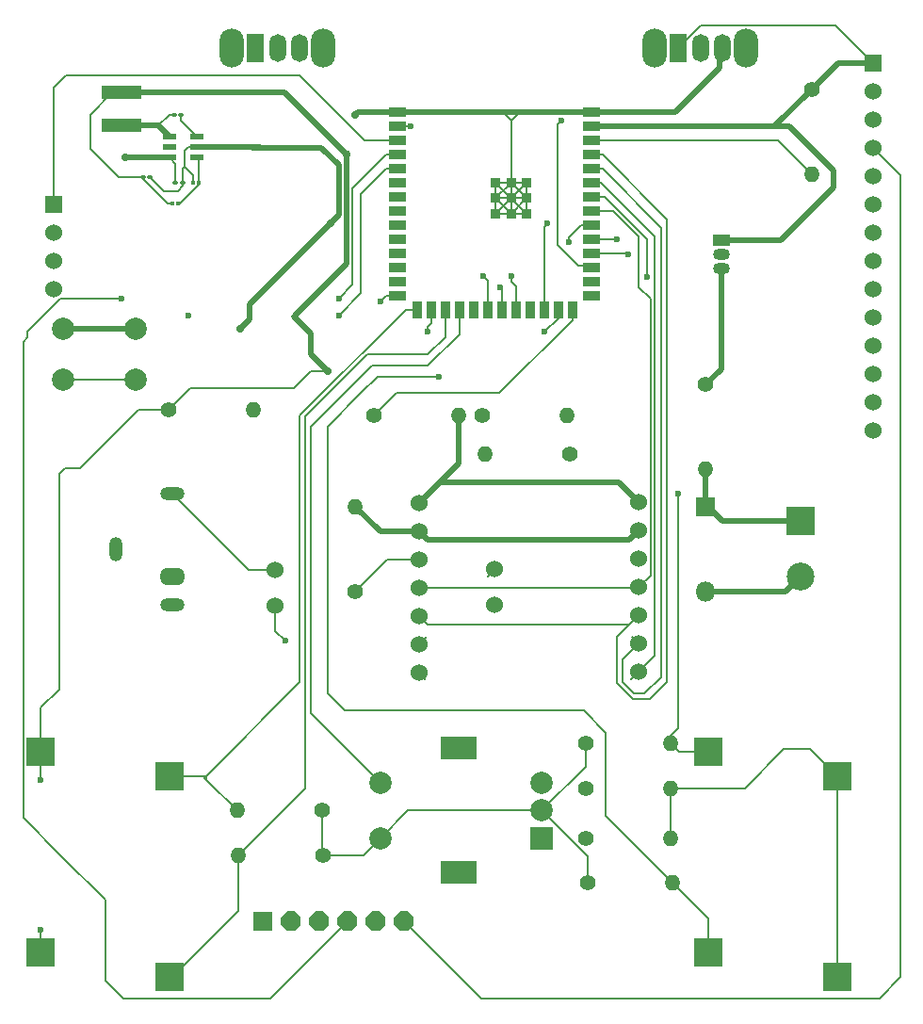
<source format=gbr>
%TF.GenerationSoftware,KiCad,Pcbnew,8.0.4*%
%TF.CreationDate,2025-02-19T18:28:01-07:00*%
%TF.ProjectId,PCB ESP32 S3 Wroom 1 n16r8,50434220-4553-4503-9332-205333205772,rev?*%
%TF.SameCoordinates,Original*%
%TF.FileFunction,Copper,L2,Bot*%
%TF.FilePolarity,Positive*%
%FSLAX46Y46*%
G04 Gerber Fmt 4.6, Leading zero omitted, Abs format (unit mm)*
G04 Created by KiCad (PCBNEW 8.0.4) date 2025-02-19 18:28:01*
%MOMM*%
%LPD*%
G01*
G04 APERTURE LIST*
G04 Aperture macros list*
%AMRoundRect*
0 Rectangle with rounded corners*
0 $1 Rounding radius*
0 $2 $3 $4 $5 $6 $7 $8 $9 X,Y pos of 4 corners*
0 Add a 4 corners polygon primitive as box body*
4,1,4,$2,$3,$4,$5,$6,$7,$8,$9,$2,$3,0*
0 Add four circle primitives for the rounded corners*
1,1,$1+$1,$2,$3*
1,1,$1+$1,$4,$5*
1,1,$1+$1,$6,$7*
1,1,$1+$1,$8,$9*
0 Add four rect primitives between the rounded corners*
20,1,$1+$1,$2,$3,$4,$5,0*
20,1,$1+$1,$4,$5,$6,$7,0*
20,1,$1+$1,$6,$7,$8,$9,0*
20,1,$1+$1,$8,$9,$2,$3,0*%
%AMOutline5P*
0 Free polygon, 5 corners , with rotation*
0 The origin of the aperture is its center*
0 number of corners: always 5*
0 $1 to $10 corner X, Y*
0 $11 Rotation angle, in degrees counterclockwise*
0 create outline with 5 corners*
4,1,5,$1,$2,$3,$4,$5,$6,$7,$8,$9,$10,$1,$2,$11*%
%AMOutline6P*
0 Free polygon, 6 corners , with rotation*
0 The origin of the aperture is its center*
0 number of corners: always 6*
0 $1 to $12 corner X, Y*
0 $13 Rotation angle, in degrees counterclockwise*
0 create outline with 6 corners*
4,1,6,$1,$2,$3,$4,$5,$6,$7,$8,$9,$10,$11,$12,$1,$2,$13*%
%AMOutline7P*
0 Free polygon, 7 corners , with rotation*
0 The origin of the aperture is its center*
0 number of corners: always 7*
0 $1 to $14 corner X, Y*
0 $15 Rotation angle, in degrees counterclockwise*
0 create outline with 7 corners*
4,1,7,$1,$2,$3,$4,$5,$6,$7,$8,$9,$10,$11,$12,$13,$14,$1,$2,$15*%
%AMOutline8P*
0 Free polygon, 8 corners , with rotation*
0 The origin of the aperture is its center*
0 number of corners: always 8*
0 $1 to $16 corner X, Y*
0 $17 Rotation angle, in degrees counterclockwise*
0 create outline with 8 corners*
4,1,8,$1,$2,$3,$4,$5,$6,$7,$8,$9,$10,$11,$12,$13,$14,$15,$16,$1,$2,$17*%
G04 Aperture macros list end*
%TA.AperFunction,SMDPad,CuDef*%
%ADD10R,2.600000X2.600000*%
%TD*%
%TA.AperFunction,ComponentPad*%
%ADD11O,2.200000X1.200000*%
%TD*%
%TA.AperFunction,ComponentPad*%
%ADD12O,1.200000X2.200000*%
%TD*%
%TA.AperFunction,ComponentPad*%
%ADD13O,2.300000X1.600000*%
%TD*%
%TA.AperFunction,ComponentPad*%
%ADD14C,1.400000*%
%TD*%
%TA.AperFunction,ComponentPad*%
%ADD15O,1.400000X1.400000*%
%TD*%
%TA.AperFunction,ComponentPad*%
%ADD16R,2.000000X2.000000*%
%TD*%
%TA.AperFunction,ComponentPad*%
%ADD17C,2.000000*%
%TD*%
%TA.AperFunction,ComponentPad*%
%ADD18R,3.200000X2.000000*%
%TD*%
%TA.AperFunction,ComponentPad*%
%ADD19C,1.524000*%
%TD*%
%TA.AperFunction,ComponentPad*%
%ADD20R,1.524000X1.524000*%
%TD*%
%TA.AperFunction,ComponentPad*%
%ADD21R,1.800000X1.800000*%
%TD*%
%TA.AperFunction,ComponentPad*%
%ADD22O,1.800000X1.800000*%
%TD*%
%TA.AperFunction,ComponentPad*%
%ADD23R,2.500000X2.500000*%
%TD*%
%TA.AperFunction,ComponentPad*%
%ADD24C,2.500000*%
%TD*%
%TA.AperFunction,SMDPad,CuDef*%
%ADD25RoundRect,0.100000X-0.130000X-0.100000X0.130000X-0.100000X0.130000X0.100000X-0.130000X0.100000X0*%
%TD*%
%TA.AperFunction,ComponentPad*%
%ADD26O,2.200000X3.500000*%
%TD*%
%TA.AperFunction,ComponentPad*%
%ADD27R,1.500000X2.500000*%
%TD*%
%TA.AperFunction,ComponentPad*%
%ADD28O,1.500000X2.500000*%
%TD*%
%TA.AperFunction,SMDPad,CuDef*%
%ADD29R,3.600000X1.150000*%
%TD*%
%TA.AperFunction,SMDPad,CuDef*%
%ADD30R,1.500000X0.900000*%
%TD*%
%TA.AperFunction,SMDPad,CuDef*%
%ADD31R,0.900000X1.500000*%
%TD*%
%TA.AperFunction,SMDPad,CuDef*%
%ADD32R,0.900000X0.900000*%
%TD*%
%TA.AperFunction,SMDPad,CuDef*%
%ADD33RoundRect,0.075000X0.125000X0.075000X-0.125000X0.075000X-0.125000X-0.075000X0.125000X-0.075000X0*%
%TD*%
%TA.AperFunction,SMDPad,CuDef*%
%ADD34RoundRect,0.100000X0.130000X0.100000X-0.130000X0.100000X-0.130000X-0.100000X0.130000X-0.100000X0*%
%TD*%
%TA.AperFunction,ComponentPad*%
%ADD35R,1.500000X1.050000*%
%TD*%
%TA.AperFunction,ComponentPad*%
%ADD36O,1.500000X1.050000*%
%TD*%
%TA.AperFunction,SMDPad,CuDef*%
%ADD37R,1.200000X0.600000*%
%TD*%
%TA.AperFunction,SMDPad,CuDef*%
%ADD38RoundRect,0.075000X-0.125000X-0.075000X0.125000X-0.075000X0.125000X0.075000X-0.125000X0.075000X0*%
%TD*%
%TA.AperFunction,ComponentPad*%
%ADD39Outline8P,-0.889000X0.368236X-0.368236X0.889000X0.368236X0.889000X0.889000X0.368236X0.889000X-0.368236X0.368236X-0.889000X-0.368236X-0.889000X-0.889000X-0.368236X0.000000*%
%TD*%
%TA.AperFunction,ComponentPad*%
%ADD40R,1.778000X1.778000*%
%TD*%
%TA.AperFunction,ViaPad*%
%ADD41C,0.700000*%
%TD*%
%TA.AperFunction,ViaPad*%
%ADD42C,0.600000*%
%TD*%
%TA.AperFunction,ViaPad*%
%ADD43C,0.750000*%
%TD*%
%TA.AperFunction,Conductor*%
%ADD44C,0.500000*%
%TD*%
%TA.AperFunction,Conductor*%
%ADD45C,0.200000*%
%TD*%
G04 APERTURE END LIST*
D10*
%TO.P,SW1,1,A*%
%TO.N,/HOME_BUTTON*%
X72275000Y-111950000D03*
%TO.P,SW1,2,B*%
%TO.N,/VDD*%
X60725000Y-109750000D03*
%TD*%
D11*
%TO.P,J1,R*%
%TO.N,Net-(RSPKR1-SPKR+)*%
X72500000Y-86500000D03*
D12*
%TO.P,J1,S*%
%TO.N,Net-(L_SPKR1-SPKR-)*%
X67500000Y-91500000D03*
D11*
%TO.P,J1,T*%
%TO.N,Net-(L_SPKR1-SPKR+)*%
X72500000Y-96500000D03*
D13*
%TO.P,J1,TN*%
%TO.N,/Detect_Jack*%
X72500000Y-94000000D03*
%TD*%
D14*
%TO.P,R4,1*%
%TO.N,GND*%
X109690000Y-109000000D03*
D15*
%TO.P,R4,2*%
%TO.N,/PLAY{slash}PAUSE BUTTON*%
X117310000Y-109000000D03*
%TD*%
D14*
%TO.P,R1,1*%
%TO.N,Net-(X1-IO16)*%
X109690000Y-113000000D03*
D15*
%TO.P,R1,2*%
%TO.N,/VDD*%
X117310000Y-113000000D03*
%TD*%
D10*
%TO.P,SW2,1,A*%
%TO.N,/BACK_BUTTON*%
X72275000Y-129950000D03*
%TO.P,SW2,2,B*%
%TO.N,/VDD*%
X60725000Y-127750000D03*
%TD*%
D16*
%TO.P,Primary Rotary Encoder1,A,A*%
%TO.N,Net-(X1-IO7)*%
X105750000Y-117500000D03*
D17*
%TO.P,Primary Rotary Encoder1,B,B*%
%TO.N,Net-(X1-IO16)*%
X105750000Y-112500000D03*
%TO.P,Primary Rotary Encoder1,C,C*%
%TO.N,GND*%
X105750000Y-115000000D03*
D18*
%TO.P,Primary Rotary Encoder1,MP*%
%TO.N,N/C*%
X98250000Y-120600000D03*
X98250000Y-109400000D03*
D17*
%TO.P,Primary Rotary Encoder1,S1,S1*%
%TO.N,Net-(X1-IO21)*%
X91250000Y-112500000D03*
%TO.P,Primary Rotary Encoder1,S2,S2*%
%TO.N,GND*%
X91250000Y-117500000D03*
%TD*%
D19*
%TO.P,L_SPKR1,+,SPKR+*%
%TO.N,Net-(L_SPKR1-SPKR+)*%
X101500000Y-93325000D03*
%TO.P,L_SPKR1,-,SPKR-*%
%TO.N,Net-(L_SPKR1-SPKR-)*%
X101500000Y-96500000D03*
%TO.P,L_SPKR1,BCLK,BCLK*%
%TO.N,/DAC_BCLK*%
X114454000Y-99992500D03*
%TO.P,L_SPKR1,DIN,DIN*%
%TO.N,/DAC_DIN*%
X114454000Y-97452500D03*
%TO.P,L_SPKR1,GAIN,Gain*%
%TO.N,/Gain*%
X114454000Y-94912500D03*
%TO.P,L_SPKR1,GND,GND*%
%TO.N,GND*%
X114454000Y-89832500D03*
%TO.P,L_SPKR1,LRC,LRC*%
%TO.N,/DAC_LRC*%
X114454000Y-102532500D03*
%TO.P,L_SPKR1,SD,SD*%
%TO.N,/L_Chanel_Select*%
X114454000Y-92372500D03*
%TO.P,L_SPKR1,VIN,Vin*%
%TO.N,/VDD*%
X114454000Y-87292500D03*
%TD*%
D14*
%TO.P,R2,1*%
%TO.N,Net-(X1-IO7)*%
X109690000Y-117500000D03*
D15*
%TO.P,R2,2*%
%TO.N,/VDD*%
X117310000Y-117500000D03*
%TD*%
D10*
%TO.P,SW5,1,A*%
%TO.N,/VDD*%
X132275000Y-129950000D03*
%TO.P,SW5,2,B*%
%TO.N,/MENU_BUTTON*%
X120725000Y-127750000D03*
%TD*%
D14*
%TO.P,R3,1*%
%TO.N,GND*%
X86000000Y-115000000D03*
D15*
%TO.P,R3,2*%
%TO.N,/HOME_BUTTON*%
X78380000Y-115000000D03*
%TD*%
D19*
%TO.P,RSPKR1,+,SPKR+*%
%TO.N,Net-(RSPKR1-SPKR+)*%
X81758500Y-93412500D03*
%TO.P,RSPKR1,-,SPKR-*%
%TO.N,Net-(L_SPKR1-SPKR-)*%
X81758500Y-96587500D03*
%TO.P,RSPKR1,BCLK,BCLK*%
%TO.N,/DAC_BCLK*%
X94712500Y-100080000D03*
%TO.P,RSPKR1,DIN,DIN*%
%TO.N,/DAC_DIN*%
X94712500Y-97540000D03*
%TO.P,RSPKR1,GAIN,Gain*%
%TO.N,/Gain*%
X94712500Y-95000000D03*
%TO.P,RSPKR1,GND,GND*%
%TO.N,GND*%
X94712500Y-89920000D03*
%TO.P,RSPKR1,LRC,LRC*%
%TO.N,/DAC_LRC*%
X94712500Y-102620000D03*
%TO.P,RSPKR1,SD,SD*%
%TO.N,/R_Chanel_Select*%
X94712500Y-92460000D03*
%TO.P,RSPKR1,VIN,Vin*%
%TO.N,/VDD*%
X94712500Y-87380000D03*
%TD*%
%TO.P,Screen&SDCardReader1,CS,CS*%
%TO.N,/TFT_CS*%
X135500000Y-52880000D03*
%TO.P,Screen&SDCardReader1,DC,DC*%
%TO.N,/TFT_DC*%
X135500000Y-57960000D03*
%TO.P,Screen&SDCardReader1,GND,GND*%
%TO.N,GND*%
X135500000Y-50340000D03*
%TO.P,Screen&SDCardReader1,LED,LED*%
%TO.N,/SCREEN_BRIGHTNESS*%
X135500000Y-65580000D03*
%TO.P,Screen&SDCardReader1,RESET,RESET*%
%TO.N,/RESET*%
X135500000Y-55420000D03*
%TO.P,Screen&SDCardReader1,SCK,SCK*%
%TO.N,/SPI_SCK*%
X135500000Y-63040000D03*
%TO.P,Screen&SDCardReader1,SDI(MOSI),SDI(MOSI)*%
%TO.N,/SPI_MOSI*%
X135500000Y-60500000D03*
%TO.P,Screen&SDCardReader1,SDO(MISO),SDO(MISO)*%
%TO.N,unconnected-(Screen&SDCardReader1-PadSDO(MISO))*%
X135500000Y-68120000D03*
D20*
%TO.P,Screen&SDCardReader1,SD_CS,SD_CS*%
%TO.N,/SD_CS*%
X61840000Y-60500000D03*
D19*
%TO.P,Screen&SDCardReader1,SD_MISO,SD_MISO*%
%TO.N,/SPI_MISO*%
X61840000Y-65580000D03*
%TO.P,Screen&SDCardReader1,SD_MOSI,SD_MOSI*%
%TO.N,/SPI_MOSI*%
X61840000Y-63040000D03*
%TO.P,Screen&SDCardReader1,SD_SCK,SD_SCK*%
%TO.N,/SPI_SCK*%
X61840000Y-68120000D03*
%TO.P,Screen&SDCardReader1,T_CLK,T_CLK*%
%TO.N,unconnected-(Screen&SDCardReader1-PadT_CLK)*%
X135500000Y-70660000D03*
%TO.P,Screen&SDCardReader1,T_CS,T_CS*%
%TO.N,unconnected-(Screen&SDCardReader1-PadT_CS)*%
X135500000Y-73200000D03*
%TO.P,Screen&SDCardReader1,T_DIN,T_DIN*%
%TO.N,unconnected-(Screen&SDCardReader1-PadT_DIN)*%
X135500000Y-75740000D03*
%TO.P,Screen&SDCardReader1,T_DO,T_DO*%
%TO.N,unconnected-(Screen&SDCardReader1-PadT_DO)*%
X135500000Y-78280000D03*
%TO.P,Screen&SDCardReader1,T_IRQ,T_IRQ*%
%TO.N,unconnected-(Screen&SDCardReader1-PadT_IRQ)*%
X135500000Y-80820000D03*
D20*
%TO.P,Screen&SDCardReader1,Vcc,Vcc*%
%TO.N,/VDD*%
X135500000Y-47800000D03*
%TD*%
D10*
%TO.P,SW3,1,A*%
%TO.N,/VDD*%
X132275000Y-111950000D03*
%TO.P,SW3,2,B*%
%TO.N,/PLAY{slash}PAUSE BUTTON*%
X120725000Y-109750000D03*
%TD*%
D14*
%TO.P,R6,1*%
%TO.N,GND*%
X86120000Y-119000000D03*
D15*
%TO.P,R6,2*%
%TO.N,/BACK_BUTTON*%
X78500000Y-119000000D03*
%TD*%
D21*
%TO.P,D1,1,K*%
%TO.N,Net-(D1-K)*%
X120500000Y-87690000D03*
D22*
%TO.P,D1,2,A*%
%TO.N,GND*%
X120500000Y-95310000D03*
%TD*%
D23*
%TO.P,M1,1,+*%
%TO.N,Net-(D1-K)*%
X129000000Y-89000000D03*
D24*
%TO.P,M1,2,-*%
%TO.N,GND*%
X129000000Y-94000000D03*
%TD*%
D14*
%TO.P,R5,1*%
%TO.N,GND*%
X109880000Y-121500000D03*
D15*
%TO.P,R5,2*%
%TO.N,/MENU_BUTTON*%
X117500000Y-121500000D03*
%TD*%
D14*
%TO.P,R12,1*%
%TO.N,/Detect_Jack*%
X90690000Y-79500000D03*
D15*
%TO.P,R12,2*%
%TO.N,/VDD*%
X98310000Y-79500000D03*
%TD*%
D25*
%TO.P,C1,1*%
%TO.N,Net-(U1-SW)*%
X72705000Y-52451000D03*
%TO.P,C1,2*%
%TO.N,Net-(U1-CB)*%
X73345000Y-52451000D03*
%TD*%
D26*
%TO.P,SW6,*%
%TO.N,*%
X115900000Y-46500000D03*
X124100000Y-46500000D03*
D27*
%TO.P,SW6,1,A*%
%TO.N,/VDD*%
X118000000Y-46500000D03*
D28*
%TO.P,SW6,2,B*%
%TO.N,Net-(SW6-B)*%
X120000000Y-46500000D03*
%TO.P,SW6,3,C*%
%TO.N,GND*%
X122000000Y-46500000D03*
%TD*%
D14*
%TO.P,R13,1*%
%TO.N,/VDD*%
X130000000Y-50190000D03*
D15*
%TO.P,R13,2*%
%TO.N,/RESET*%
X130000000Y-57810000D03*
%TD*%
D14*
%TO.P,R8,1*%
%TO.N,/VDD*%
X72190000Y-79000000D03*
D15*
%TO.P,R8,2*%
%TO.N,/BOOT_SEL*%
X79810000Y-79000000D03*
%TD*%
D29*
%TO.P,L1,1,1*%
%TO.N,/VDD*%
X67945000Y-50468000D03*
%TO.P,L1,2,2*%
%TO.N,Net-(U1-SW)*%
X67945000Y-53418000D03*
%TD*%
D30*
%TO.P,X1,1,GND*%
%TO.N,GND*%
X110250000Y-52240000D03*
%TO.P,X1,2,3V3*%
%TO.N,/VDD*%
X110250000Y-53510000D03*
%TO.P,X1,3,EN*%
%TO.N,/RESET*%
X110250000Y-54780000D03*
%TO.P,X1,4,IO4*%
%TO.N,/DAC_DIN*%
X110250000Y-56050000D03*
%TO.P,X1,5,IO5*%
%TO.N,/DAC_BCLK*%
X110250000Y-57320000D03*
%TO.P,X1,6,IO6*%
%TO.N,/DAC_LRC*%
X110250000Y-58590000D03*
%TO.P,X1,7,IO7*%
%TO.N,Net-(X1-IO7)*%
X110250000Y-59860000D03*
%TO.P,X1,8,IO15*%
%TO.N,/Gain*%
X110250000Y-61130000D03*
%TO.P,X1,9,IO16*%
%TO.N,Net-(X1-IO16)*%
X110250000Y-62400000D03*
%TO.P,X1,10,IO17*%
%TO.N,/SCREEN_BRIGHTNESS*%
X110250000Y-63670000D03*
%TO.P,X1,11,IO18*%
%TO.N,/Motor_Driver*%
X110250000Y-64940000D03*
%TO.P,X1,12,IO8*%
%TO.N,Net-(SW6-B)*%
X110250000Y-66210000D03*
%TO.P,X1,13,IO19*%
%TO.N,/USB_D-*%
X110250000Y-67480000D03*
%TO.P,X1,14,IO20*%
%TO.N,/USB_D+*%
X110250000Y-68750000D03*
D31*
%TO.P,X1,15,IO3*%
%TO.N,/Detect_Jack*%
X108485000Y-70000000D03*
%TO.P,X1,16,IO46*%
%TO.N,/PLAY{slash}PAUSE BUTTON*%
X107215000Y-70000000D03*
%TO.P,X1,17,IO9*%
%TO.N,/TFT_DC*%
X105945000Y-70000000D03*
%TO.P,X1,18,IO10*%
%TO.N,unconnected-(X1-IO10-Pad18)*%
X104675000Y-70000000D03*
%TO.P,X1,19,IO11*%
%TO.N,/SPI_MOSI*%
X103405000Y-70000000D03*
%TO.P,X1,20,IO12*%
%TO.N,/SPI_SCK*%
X102135000Y-70000000D03*
%TO.P,X1,21,IO13*%
%TO.N,/SPI_MISO*%
X100865000Y-70000000D03*
%TO.P,X1,22,IO14*%
%TO.N,unconnected-(X1-IO14-Pad22)*%
X99595000Y-70000000D03*
%TO.P,X1,23,IO21*%
%TO.N,Net-(X1-IO21)*%
X98325000Y-70000000D03*
%TO.P,X1,24,IO47*%
%TO.N,/BACK_BUTTON*%
X97055000Y-70000000D03*
%TO.P,X1,25,IO48*%
%TO.N,/MENU_BUTTON*%
X95785000Y-70000000D03*
%TO.P,X1,26,IO45*%
%TO.N,/HOME_BUTTON*%
X94515000Y-70000000D03*
D30*
%TO.P,X1,27,IO0*%
%TO.N,/BOOT_SEL*%
X92750000Y-68750000D03*
%TO.P,X1,28,IO35*%
%TO.N,unconnected-(X1-IO35-Pad28)*%
X92750000Y-67480000D03*
%TO.P,X1,29,IO36*%
%TO.N,unconnected-(X1-IO36-Pad29)*%
X92750000Y-66210000D03*
%TO.P,X1,30,IO37*%
%TO.N,unconnected-(X1-IO37-Pad30)*%
X92750000Y-64940000D03*
%TO.P,X1,31,IO38*%
%TO.N,unconnected-(X1-IO38-Pad31)*%
X92750000Y-63670000D03*
%TO.P,X1,32,IO39*%
%TO.N,unconnected-(X1-IO39-Pad32)*%
X92750000Y-62400000D03*
%TO.P,X1,33,IO40*%
%TO.N,unconnected-(X1-IO40-Pad33)*%
X92750000Y-61130000D03*
%TO.P,X1,34,IO41*%
%TO.N,unconnected-(X1-IO41-Pad34)*%
X92750000Y-59860000D03*
%TO.P,X1,35,IO42*%
%TO.N,unconnected-(X1-IO42-Pad35)*%
X92750000Y-58590000D03*
%TO.P,X1,36,RXD0*%
%TO.N,/RXD*%
X92750000Y-57320000D03*
%TO.P,X1,37,TXD0*%
%TO.N,/TXD*%
X92750000Y-56050000D03*
%TO.P,X1,38,IO2*%
%TO.N,/SD_CS*%
X92750000Y-54780000D03*
%TO.P,X1,39,IO1*%
%TO.N,/TFT_CS*%
X92750000Y-53510000D03*
%TO.P,X1,40,GND*%
%TO.N,GND*%
X92750000Y-52240000D03*
D32*
%TO.P,X1,41,GND*%
X103000000Y-59960000D03*
%TO.P,X1,42,GND*%
X103000000Y-58560000D03*
%TO.P,X1,43,GND*%
X104400000Y-58560000D03*
%TO.P,X1,44,GND*%
X104400000Y-59960000D03*
%TO.P,X1,45,GND*%
X104400000Y-61360000D03*
%TO.P,X1,46,GND*%
X103000000Y-61360000D03*
%TO.P,X1,47,GND*%
X101600000Y-61360000D03*
%TO.P,X1,48,GND*%
X101600000Y-59960000D03*
%TO.P,X1,49,GND*%
X101600000Y-58560000D03*
%TD*%
D26*
%TO.P,SW4,*%
%TO.N,*%
X77900000Y-46500000D03*
X86100000Y-46500000D03*
D27*
%TO.P,SW4,1,A*%
%TO.N,GND*%
X80000000Y-46500000D03*
D28*
%TO.P,SW4,2,B*%
%TO.N,Net-(SW4-B)*%
X82000000Y-46500000D03*
%TO.P,SW4,3,C*%
%TO.N,unconnected-(SW4-C-Pad3)*%
X84000000Y-46500000D03*
%TD*%
D14*
%TO.P,R11,1*%
%TO.N,/R_Chanel_Select*%
X89000000Y-95310000D03*
D15*
%TO.P,R11,2*%
%TO.N,GND*%
X89000000Y-87690000D03*
%TD*%
D33*
%TO.P,R14,1*%
%TO.N,Net-(U1-FB)*%
X73021000Y-60452000D03*
%TO.P,R14,2*%
%TO.N,/VDD*%
X72521000Y-60452000D03*
%TD*%
D17*
%TO.P,SW7,1,1*%
%TO.N,GND*%
X69250000Y-71750000D03*
X62750000Y-71750000D03*
%TO.P,SW7,2,2*%
%TO.N,/BOOT_SEL*%
X69250000Y-76250000D03*
X62750000Y-76250000D03*
%TD*%
D34*
%TO.P,C3,1*%
%TO.N,GND*%
X70551000Y-58039000D03*
%TO.P,C3,2*%
%TO.N,/VDD*%
X69911000Y-58039000D03*
%TD*%
D35*
%TO.P,Q1,1,D*%
%TO.N,/VDD*%
X121860000Y-63730000D03*
D36*
%TO.P,Q1,2,G*%
%TO.N,/Motor_Driver*%
X121860000Y-65000000D03*
%TO.P,Q1,3,S*%
%TO.N,Net-(Q1-S)*%
X121860000Y-66270000D03*
%TD*%
D14*
%TO.P,R9,1*%
%TO.N,/VDD*%
X100380000Y-79500000D03*
D15*
%TO.P,R9,2*%
%TO.N,/L_Chanel_Select*%
X108000000Y-79500000D03*
%TD*%
D34*
%TO.P,C2,1*%
%TO.N,GND*%
X73472000Y-58547000D03*
%TO.P,C2,2*%
%TO.N,/5V*%
X72832000Y-58547000D03*
%TD*%
D37*
%TO.P,U1,1,CB*%
%TO.N,Net-(U1-CB)*%
X74783000Y-54422000D03*
%TO.P,U1,2,GND*%
%TO.N,GND*%
X74783000Y-55372000D03*
%TO.P,U1,3,FB*%
%TO.N,Net-(U1-FB)*%
X74783000Y-56322000D03*
%TO.P,U1,4,EN*%
%TO.N,/5V*%
X72283000Y-56322000D03*
%TO.P,U1,5,VIN*%
X72283000Y-55372000D03*
%TO.P,U1,6,SW*%
%TO.N,Net-(U1-SW)*%
X72283000Y-54422000D03*
%TD*%
D14*
%TO.P,R7,1*%
%TO.N,Net-(Q1-S)*%
X120500000Y-76690000D03*
D15*
%TO.P,R7,2*%
%TO.N,Net-(D1-K)*%
X120500000Y-84310000D03*
%TD*%
D38*
%TO.P,R15,1*%
%TO.N,GND*%
X74430000Y-58547000D03*
%TO.P,R15,2*%
%TO.N,Net-(U1-FB)*%
X74930000Y-58547000D03*
%TD*%
D14*
%TO.P,R10,1*%
%TO.N,/L_Chanel_Select*%
X108310000Y-83000000D03*
D15*
%TO.P,R10,2*%
%TO.N,/R_Chanel_Select*%
X100690000Y-83000000D03*
%TD*%
D39*
%TO.P,1,5V,5V*%
%TO.N,/5V*%
X85730000Y-124960000D03*
%TO.P,1,CTS,CTS*%
%TO.N,unconnected-(1-PadCTS)*%
X83190000Y-124960000D03*
D40*
%TO.P,1,GND,GND*%
%TO.N,Net-(SW4-B)*%
X80650000Y-124960000D03*
D39*
%TO.P,1,RTS,RTS*%
%TO.N,/RESET*%
X93350000Y-124960000D03*
%TO.P,1,RXD,RXD*%
%TO.N,/RXD*%
X90810000Y-124960000D03*
%TO.P,1,TXD,TXD*%
%TO.N,/TXD*%
X88270000Y-124960000D03*
%TD*%
D41*
%TO.N,/5V*%
X68326000Y-56261000D03*
D42*
%TO.N,/RXD*%
X87500000Y-70500000D03*
X74000000Y-70500000D03*
%TO.N,/TXD*%
X87500000Y-69000000D03*
X68000000Y-69000000D03*
D41*
%TO.N,GND*%
X89000000Y-52500000D03*
X86750000Y-62250000D03*
X78613000Y-71750000D03*
D42*
%TO.N,/VDD*%
X60725000Y-112275000D03*
X60725000Y-125725000D03*
D43*
X88200000Y-56053122D03*
D41*
X86500000Y-75500000D03*
D42*
%TO.N,Net-(L_SPKR1-SPKR-)*%
X82677000Y-99695000D03*
%TO.N,Net-(X1-IO7)*%
X115189000Y-67056000D03*
%TO.N,Net-(X1-IO16)*%
X108204000Y-63881000D03*
%TO.N,/Motor_Driver*%
X113500000Y-65000000D03*
%TO.N,/PLAY{slash}PAUSE BUTTON*%
X106000000Y-72000000D03*
X118000000Y-86500000D03*
%TO.N,/MENU_BUTTON*%
X96500000Y-76000000D03*
X95500000Y-72000000D03*
%TO.N,/BOOT_SEL*%
X91250000Y-69250000D03*
%TO.N,/SPI_MISO*%
X100500000Y-67000000D03*
%TO.N,/SPI_MOSI*%
X103000000Y-67000000D03*
%TO.N,/SPI_SCK*%
X102000000Y-68000000D03*
%TO.N,/TFT_CS*%
X94000000Y-53500000D03*
%TO.N,/SCREEN_BRIGHTNESS*%
X112500000Y-63670000D03*
%TO.N,/TFT_DC*%
X106250000Y-62250000D03*
%TO.N,Net-(SW6-B)*%
X107500000Y-53000000D03*
%TD*%
D44*
%TO.N,Net-(SW4-B)*%
X82000000Y-45500000D02*
X82000000Y-46500000D01*
%TO.N,/5V*%
X68326000Y-56261000D02*
X68331000Y-56322000D01*
D45*
X72832000Y-58547000D02*
X72832000Y-56871000D01*
D44*
X68453000Y-56322000D02*
X68326000Y-56261000D01*
D45*
X72832000Y-56871000D02*
X72283000Y-56322000D01*
D44*
X72283000Y-56322000D02*
X68453000Y-56322000D01*
X68331000Y-56322000D02*
X68392000Y-56322000D01*
D45*
%TO.N,/RESET*%
X126970000Y-54780000D02*
X110250000Y-54780000D01*
X138000000Y-57920000D02*
X138000000Y-130000000D01*
X138000000Y-130000000D02*
X136100000Y-131900000D01*
X100290000Y-131900000D02*
X93350000Y-124960000D01*
X136100000Y-131900000D02*
X100290000Y-131900000D01*
X135500000Y-55420000D02*
X138000000Y-57920000D01*
X130000000Y-57810000D02*
X126970000Y-54780000D01*
%TO.N,/RXD*%
X89500000Y-68500000D02*
X87500000Y-70500000D01*
X89500000Y-68000000D02*
X89500000Y-68500000D01*
X92750000Y-57320000D02*
X91800000Y-57320000D01*
X89500000Y-59620000D02*
X89500000Y-68000000D01*
X91800000Y-57320000D02*
X89500000Y-59620000D01*
%TO.N,/TXD*%
X88750000Y-59100000D02*
X88750000Y-67750000D01*
X88750000Y-67750000D02*
X87500000Y-69000000D01*
X59125000Y-72875000D02*
X59125000Y-115625000D01*
X59125000Y-115625000D02*
X62500000Y-119000000D01*
X66500000Y-130300000D02*
X66500000Y-123000000D01*
X91800000Y-56050000D02*
X88750000Y-59100000D01*
X68000000Y-69000000D02*
X62500000Y-69000000D01*
X66500000Y-123000000D02*
X62500000Y-119000000D01*
X92750000Y-56050000D02*
X91800000Y-56050000D01*
X68100000Y-131900000D02*
X66500000Y-130300000D01*
X59500000Y-72500000D02*
X59125000Y-72875000D01*
X62500000Y-69000000D02*
X59500000Y-72000000D01*
X81330000Y-131900000D02*
X68100000Y-131900000D01*
X59500000Y-72000000D02*
X59500000Y-72500000D01*
X93000000Y-56000000D02*
X92800000Y-56000000D01*
X88270000Y-124960000D02*
X81330000Y-131900000D01*
X92750000Y-56050000D02*
X92800000Y-56000000D01*
%TO.N,GND*%
X101600000Y-61360000D02*
X104400000Y-58560000D01*
D44*
X92750000Y-52240000D02*
X89260000Y-52240000D01*
X80772000Y-55450000D02*
X79750000Y-55450000D01*
D45*
X104400000Y-58560000D02*
X104400000Y-61360000D01*
X86000000Y-118880000D02*
X86120000Y-119000000D01*
D44*
X79500000Y-69500000D02*
X83500000Y-65500000D01*
X89260000Y-52240000D02*
X89000000Y-52500000D01*
X94712500Y-89920000D02*
X91230000Y-89920000D01*
X103760000Y-52240000D02*
X104000000Y-52240000D01*
X113604501Y-90681999D02*
X114454000Y-89832500D01*
D45*
X103000000Y-53000000D02*
X103000000Y-58560000D01*
D44*
X94712500Y-89920000D02*
X95474499Y-90681999D01*
X62750000Y-71750000D02*
X69250000Y-71750000D01*
D45*
X103000000Y-53000000D02*
X103760000Y-52240000D01*
X73660000Y-55695000D02*
X73983000Y-55372000D01*
D44*
X80772000Y-55450000D02*
X80518000Y-55450000D01*
D45*
X74418000Y-57908000D02*
X73660000Y-57150000D01*
X74418000Y-58547000D02*
X74418000Y-57908000D01*
X73983000Y-55372000D02*
X74783000Y-55372000D01*
X103000000Y-58560000D02*
X101600000Y-59960000D01*
X103000000Y-58560000D02*
X103000000Y-61360000D01*
X73472000Y-57338000D02*
X73660000Y-57150000D01*
D44*
X110250000Y-52240000D02*
X117760000Y-52240000D01*
X104000000Y-52240000D02*
X110250000Y-52240000D01*
X79500000Y-70863000D02*
X79500000Y-69500000D01*
D45*
X73660000Y-57150000D02*
X73660000Y-55695000D01*
X105750000Y-115000000D02*
X109690000Y-111060000D01*
D44*
X83500000Y-55450000D02*
X80772000Y-55450000D01*
D45*
X104400000Y-59960000D02*
X103000000Y-61360000D01*
D44*
X85950000Y-55450000D02*
X83500000Y-55450000D01*
D45*
X73025000Y-59309000D02*
X71821000Y-59309000D01*
D44*
X95474499Y-90681999D02*
X113604501Y-90681999D01*
D45*
X73472000Y-58547000D02*
X73472000Y-58862000D01*
X101600000Y-58560000D02*
X101600000Y-61360000D01*
D44*
X121750000Y-46750000D02*
X121750000Y-48250000D01*
X127690000Y-95310000D02*
X129000000Y-94000000D01*
D45*
X91250000Y-117500000D02*
X93750000Y-115000000D01*
X89750000Y-119000000D02*
X91250000Y-117500000D01*
X103000000Y-58560000D02*
X104400000Y-59960000D01*
D44*
X87500000Y-57000000D02*
X85950000Y-55450000D01*
D45*
X109880000Y-119130000D02*
X109880000Y-121500000D01*
D44*
X78613000Y-71750000D02*
X79500000Y-70863000D01*
D45*
X101600000Y-59960000D02*
X104400000Y-59960000D01*
X101600000Y-58560000D02*
X104400000Y-61360000D01*
D44*
X86750000Y-62250000D02*
X87500000Y-61500000D01*
D45*
X73472000Y-58547000D02*
X73472000Y-57338000D01*
D44*
X87500000Y-61500000D02*
X87500000Y-57000000D01*
X91230000Y-89920000D02*
X89000000Y-87690000D01*
X80440000Y-55372000D02*
X74783000Y-55372000D01*
D45*
X101600000Y-59960000D02*
X103000000Y-61360000D01*
X101600000Y-58560000D02*
X104400000Y-58560000D01*
D44*
X120500000Y-95310000D02*
X127690000Y-95310000D01*
X102500000Y-52240000D02*
X103760000Y-52240000D01*
D45*
X73472000Y-58862000D02*
X73025000Y-59309000D01*
X86120000Y-119000000D02*
X89750000Y-119000000D01*
X109690000Y-111060000D02*
X109690000Y-109000000D01*
X74488000Y-58617000D02*
X74418000Y-58547000D01*
D44*
X83500000Y-65500000D02*
X86750000Y-62250000D01*
D45*
X93750000Y-115000000D02*
X105750000Y-115000000D01*
D44*
X117760000Y-52240000D02*
X121750000Y-48250000D01*
D45*
X101600000Y-61360000D02*
X104400000Y-61360000D01*
X105750000Y-115000000D02*
X109880000Y-119130000D01*
X71821000Y-59309000D02*
X70551000Y-58039000D01*
X86000000Y-115000000D02*
X86000000Y-118880000D01*
D44*
X92750000Y-52240000D02*
X104000000Y-52240000D01*
D45*
X122000000Y-46500000D02*
X121750000Y-46750000D01*
D44*
X80518000Y-55450000D02*
X80440000Y-55372000D01*
D45*
X102240000Y-52240000D02*
X103000000Y-53000000D01*
%TO.N,/VDD*%
X65151000Y-52451000D02*
X67134000Y-50468000D01*
X69911000Y-58039000D02*
X67691000Y-58039000D01*
D44*
X130000000Y-50190000D02*
X132390000Y-47800000D01*
D45*
X64251472Y-84251472D02*
X62900000Y-84251472D01*
X62400000Y-104100000D02*
X60725000Y-105775000D01*
X120050000Y-44450000D02*
X132150000Y-44450000D01*
D44*
X96592500Y-85500000D02*
X98310000Y-83782500D01*
D45*
X83500000Y-70600000D02*
X83550000Y-70550000D01*
X117310000Y-113000000D02*
X117310000Y-117500000D01*
X86500000Y-75500000D02*
X85000000Y-75500000D01*
X124000000Y-113000000D02*
X127500000Y-109500000D01*
D44*
X98310000Y-83782500D02*
X98310000Y-79500000D01*
X82614878Y-50468000D02*
X67945000Y-50468000D01*
D45*
X69911000Y-58238999D02*
X69911000Y-58039000D01*
X69502944Y-79000000D02*
X64251472Y-84251472D01*
D44*
X110250000Y-53510000D02*
X126680000Y-53510000D01*
X132390000Y-47800000D02*
X135500000Y-47800000D01*
D45*
X129825000Y-109500000D02*
X132275000Y-111950000D01*
D44*
X88200000Y-56053122D02*
X88200000Y-65900000D01*
X112661500Y-85500000D02*
X114454000Y-87292500D01*
D45*
X132150000Y-44450000D02*
X135500000Y-47800000D01*
X72190000Y-79000000D02*
X69502944Y-79000000D01*
X83500000Y-77000000D02*
X74190000Y-77000000D01*
X117310000Y-113000000D02*
X124000000Y-113000000D01*
X60725000Y-127750000D02*
X60725000Y-125725000D01*
D44*
X132000000Y-57500000D02*
X132000000Y-59000000D01*
D45*
X67691000Y-58039000D02*
X65151000Y-55499000D01*
X67134000Y-50468000D02*
X67945000Y-50468000D01*
X127500000Y-109500000D02*
X129825000Y-109500000D01*
D44*
X83500000Y-70600000D02*
X85000000Y-72100000D01*
D45*
X72124001Y-60452000D02*
X69911000Y-58238999D01*
X65151000Y-55499000D02*
X65151000Y-52451000D01*
D44*
X88200000Y-65900000D02*
X83550000Y-70550000D01*
D45*
X62900000Y-84251472D02*
X62400000Y-84751472D01*
D44*
X126680000Y-53510000D02*
X130000000Y-50190000D01*
X94712500Y-87380000D02*
X96592500Y-85500000D01*
X96592500Y-85500000D02*
X112661500Y-85500000D01*
X128010000Y-53510000D02*
X132000000Y-57500000D01*
X85000000Y-74000000D02*
X86500000Y-75500000D01*
X132000000Y-59000000D02*
X127270000Y-63730000D01*
X126680000Y-53510000D02*
X128010000Y-53510000D01*
D45*
X62400000Y-84751472D02*
X62400000Y-104100000D01*
X60725000Y-105775000D02*
X60725000Y-109750000D01*
X60725000Y-109750000D02*
X60725000Y-112275000D01*
X72521000Y-60452000D02*
X72124001Y-60452000D01*
X132275000Y-111950000D02*
X132275000Y-129950000D01*
D44*
X85000000Y-72100000D02*
X85000000Y-74000000D01*
D45*
X118000000Y-46500000D02*
X120050000Y-44450000D01*
X85000000Y-75500000D02*
X83500000Y-77000000D01*
X74190000Y-77000000D02*
X72190000Y-79000000D01*
D44*
X127270000Y-63730000D02*
X121860000Y-63730000D01*
X88200000Y-56053122D02*
X82614878Y-50468000D01*
%TO.N,Net-(D1-K)*%
X122000000Y-89000000D02*
X129000000Y-89000000D01*
X120690000Y-87690000D02*
X122000000Y-89000000D01*
X120500000Y-84310000D02*
X120500000Y-87690000D01*
D45*
X120500000Y-87690000D02*
X120690000Y-87690000D01*
%TO.N,Net-(RSPKR1-SPKR+)*%
X79412500Y-93412500D02*
X72500000Y-86500000D01*
X81758500Y-93412500D02*
X79412500Y-93412500D01*
%TO.N,Net-(L_SPKR1-SPKR-)*%
X101500000Y-96500000D02*
X101310000Y-96310000D01*
X81758500Y-98903500D02*
X82677000Y-99695000D01*
X82036000Y-96310000D02*
X81758500Y-96587500D01*
X81758500Y-96587500D02*
X81758500Y-98903500D01*
X82677000Y-99695000D02*
X82550000Y-99695000D01*
%TO.N,Net-(L_SPKR1-SPKR+)*%
X101500000Y-93325000D02*
X100887000Y-93938000D01*
%TO.N,/Detect_Jack*%
X92690000Y-77500000D02*
X101935000Y-77500000D01*
X90690000Y-79500000D02*
X92690000Y-77500000D01*
X108485000Y-70950000D02*
X108485000Y-70000000D01*
X101935000Y-77500000D02*
X108485000Y-70950000D01*
%TO.N,/Gain*%
X112130000Y-61130000D02*
X114427000Y-63427000D01*
X114427000Y-67945000D02*
X115516000Y-69034000D01*
X115516000Y-69034000D02*
X115516000Y-93850500D01*
X114427000Y-63427000D02*
X114427000Y-67945000D01*
X115516000Y-93850500D02*
X114454000Y-94912500D01*
X94712500Y-95000000D02*
X114366500Y-95000000D01*
X114366500Y-95000000D02*
X114454000Y-94912500D01*
X110250000Y-61130000D02*
X112130000Y-61130000D01*
%TO.N,/DAC_LRC*%
X115916000Y-63416000D02*
X111090000Y-58590000D01*
X115916000Y-101070500D02*
X115916000Y-63416000D01*
X114454000Y-102532500D02*
X115916000Y-101070500D01*
X113813988Y-103172512D02*
X114454000Y-102532500D01*
X94712500Y-102620000D02*
X95265012Y-103172512D01*
X111090000Y-58590000D02*
X110250000Y-58590000D01*
%TO.N,/DAC_DIN*%
X113604501Y-98301999D02*
X114454000Y-97452500D01*
X117000000Y-103500000D02*
X115500000Y-105000000D01*
X95474499Y-98301999D02*
X113604501Y-98301999D01*
X113934314Y-105000000D02*
X112500000Y-103565686D01*
X94712500Y-97540000D02*
X95474499Y-98301999D01*
X117000000Y-61850000D02*
X117000000Y-103500000D01*
X111200000Y-56050000D02*
X117000000Y-61850000D01*
X115500000Y-105000000D02*
X113934314Y-105000000D01*
X110250000Y-56050000D02*
X111200000Y-56050000D01*
X112500000Y-103565686D02*
X112500000Y-99406500D01*
X112500000Y-99406500D02*
X114454000Y-97452500D01*
%TO.N,/DAC_BCLK*%
X113000000Y-103500000D02*
X114000000Y-104500000D01*
X113000000Y-101446500D02*
X113000000Y-103500000D01*
X113882775Y-99421275D02*
X114454000Y-99992500D01*
X111200000Y-57320000D02*
X110250000Y-57320000D01*
X94712500Y-100080000D02*
X95371225Y-99421275D01*
X116500000Y-62620000D02*
X111200000Y-57320000D01*
X114000000Y-104500000D02*
X115000000Y-104500000D01*
X116500000Y-103000000D02*
X116500000Y-62620000D01*
X114454000Y-99992500D02*
X113000000Y-101446500D01*
X115000000Y-104500000D02*
X116500000Y-103000000D01*
%TO.N,Net-(X1-IO7)*%
X115189000Y-63623314D02*
X115189000Y-67056000D01*
X110250000Y-59860000D02*
X111425686Y-59860000D01*
X110166000Y-59944000D02*
X110109000Y-59944000D01*
X111425686Y-59860000D02*
X115189000Y-63623314D01*
X110250000Y-59860000D02*
X110166000Y-59944000D01*
%TO.N,Net-(X1-IO21)*%
X98325000Y-72175000D02*
X98325000Y-70000000D01*
X85000000Y-80500000D02*
X90500000Y-75000000D01*
X85000000Y-106250000D02*
X85000000Y-80500000D01*
X90500000Y-75000000D02*
X95500000Y-75000000D01*
X91250000Y-112500000D02*
X85000000Y-106250000D01*
X95500000Y-75000000D02*
X98325000Y-72175000D01*
%TO.N,Net-(X1-IO16)*%
X108204000Y-63496000D02*
X108204000Y-63881000D01*
X110250000Y-62400000D02*
X109300000Y-62400000D01*
X109300000Y-62400000D02*
X108204000Y-63496000D01*
%TO.N,/Motor_Driver*%
X113500000Y-65000000D02*
X113440000Y-64940000D01*
X110250000Y-64940000D02*
X113440000Y-64940000D01*
D44*
%TO.N,Net-(Q1-S)*%
X121860000Y-66270000D02*
X121860000Y-75330000D01*
X121860000Y-75330000D02*
X120500000Y-76690000D01*
D45*
%TO.N,/HOME_BUTTON*%
X75330000Y-111950000D02*
X75440000Y-112060000D01*
X75690000Y-112310000D02*
X75550000Y-112170000D01*
X72275000Y-111950000D02*
X75000000Y-111950000D01*
X75690000Y-112310000D02*
X78380000Y-115000000D01*
X84000000Y-79500000D02*
X84000000Y-103500000D01*
X75000000Y-111950000D02*
X75330000Y-111950000D01*
X93500000Y-70000000D02*
X84000000Y-79500000D01*
X84000000Y-103500000D02*
X75750000Y-111750000D01*
X75550000Y-112170000D02*
X75550000Y-111950000D01*
X75440000Y-112060000D02*
X75690000Y-112310000D01*
X75000000Y-111950000D02*
X75550000Y-111950000D01*
X94515000Y-70000000D02*
X93500000Y-70000000D01*
X75550000Y-111950000D02*
X75750000Y-111750000D01*
X75750000Y-111750000D02*
X75440000Y-112060000D01*
%TO.N,/PLAY{slash}PAUSE BUTTON*%
X107215000Y-70785000D02*
X107215000Y-70000000D01*
X120725000Y-109750000D02*
X118060000Y-109750000D01*
X117310000Y-108310000D02*
X117310000Y-109000000D01*
X106000000Y-72000000D02*
X107215000Y-70785000D01*
X118000000Y-86500000D02*
X118000000Y-107620000D01*
X118060000Y-109750000D02*
X117310000Y-109000000D01*
X118000000Y-107620000D02*
X117310000Y-108310000D01*
%TO.N,/MENU_BUTTON*%
X117500000Y-121500000D02*
X111500000Y-115500000D01*
X111500000Y-109500000D02*
X111500000Y-108000000D01*
X86500000Y-80500000D02*
X89500000Y-77500000D01*
X120725000Y-127750000D02*
X120725000Y-124725000D01*
X88000000Y-106000000D02*
X86500000Y-104500000D01*
X91000000Y-76000000D02*
X96500000Y-76000000D01*
X109500000Y-106000000D02*
X88000000Y-106000000D01*
X120725000Y-124725000D02*
X117500000Y-121500000D01*
X95785000Y-71215000D02*
X95785000Y-70000000D01*
X89500000Y-77500000D02*
X91000000Y-76000000D01*
X95500000Y-72000000D02*
X95500000Y-71500000D01*
X111500000Y-115500000D02*
X111500000Y-109500000D01*
X111500000Y-108000000D02*
X109500000Y-106000000D01*
X95500000Y-71500000D02*
X95785000Y-71215000D01*
X86500000Y-104500000D02*
X86500000Y-80500000D01*
%TO.N,/BACK_BUTTON*%
X84500000Y-79565686D02*
X90065686Y-74000000D01*
X97055000Y-72445000D02*
X97055000Y-70000000D01*
X72275000Y-129950000D02*
X72550000Y-129950000D01*
X84500000Y-113000000D02*
X84500000Y-79565686D01*
X78500000Y-119000000D02*
X84500000Y-113000000D01*
X78500000Y-124000000D02*
X78500000Y-119000000D01*
X72550000Y-129950000D02*
X78500000Y-124000000D01*
X95500000Y-74000000D02*
X97055000Y-72445000D01*
X90065686Y-74000000D02*
X95500000Y-74000000D01*
%TO.N,/BOOT_SEL*%
X62750000Y-76250000D02*
X69250000Y-76250000D01*
X79810000Y-79000000D02*
X80000000Y-79000000D01*
X91750000Y-68750000D02*
X92750000Y-68750000D01*
X91250000Y-69250000D02*
X91750000Y-68750000D01*
%TO.N,/R_Chanel_Select*%
X89000000Y-95310000D02*
X91850000Y-92460000D01*
X91850000Y-92460000D02*
X94712500Y-92460000D01*
%TO.N,/SPI_MISO*%
X100865000Y-67365000D02*
X100865000Y-70000000D01*
X100500000Y-67000000D02*
X100865000Y-67365000D01*
%TO.N,/SPI_MOSI*%
X103000000Y-67000000D02*
X103000000Y-67500000D01*
X103000000Y-67500000D02*
X103405000Y-67905000D01*
X103405000Y-67905000D02*
X103405000Y-70000000D01*
%TO.N,/SPI_SCK*%
X102135000Y-68135000D02*
X102135000Y-70000000D01*
X102000000Y-68000000D02*
X102135000Y-68135000D01*
%TO.N,/TFT_CS*%
X93990000Y-53510000D02*
X94000000Y-53500000D01*
X92750000Y-53510000D02*
X93990000Y-53510000D01*
%TO.N,/SCREEN_BRIGHTNESS*%
X110250000Y-63670000D02*
X112500000Y-63670000D01*
X112500000Y-63670000D02*
X112670000Y-63670000D01*
%TO.N,/TFT_DC*%
X135500000Y-57960000D02*
X135500000Y-58000000D01*
X105945000Y-62555000D02*
X105945000Y-70000000D01*
X106250000Y-62250000D02*
X105945000Y-62555000D01*
%TO.N,/SD_CS*%
X61840000Y-50047000D02*
X62937000Y-48950000D01*
X89780000Y-54780000D02*
X92750000Y-54780000D01*
X61840000Y-60500000D02*
X61840000Y-50047000D01*
X62937000Y-48950000D02*
X83950000Y-48950000D01*
X83950000Y-48950000D02*
X89780000Y-54780000D01*
%TO.N,Net-(SW6-B)*%
X107150000Y-53350000D02*
X107150000Y-64150000D01*
X109000000Y-66000000D02*
X109510000Y-66000000D01*
X109720000Y-66210000D02*
X110250000Y-66210000D01*
X107150000Y-64150000D02*
X109000000Y-66000000D01*
X107500000Y-53000000D02*
X107150000Y-53350000D01*
X109510000Y-66000000D02*
X109720000Y-66210000D01*
%TO.N,Net-(U1-CB)*%
X73345000Y-52451000D02*
X73345000Y-52984000D01*
X73345000Y-52984000D02*
X74783000Y-54422000D01*
D44*
%TO.N,Net-(U1-SW)*%
X71279000Y-53418000D02*
X72283000Y-54422000D01*
D45*
X72705000Y-52451000D02*
X72246000Y-52451000D01*
X72246000Y-52451000D02*
X71279000Y-53418000D01*
D44*
X67945000Y-53418000D02*
X71279000Y-53418000D01*
D45*
%TO.N,Net-(U1-FB)*%
X74930000Y-56469000D02*
X74783000Y-56322000D01*
X73021000Y-60452000D02*
X73257410Y-60452000D01*
X74930000Y-58547000D02*
X74930000Y-56469000D01*
X73257410Y-60452000D02*
X74930000Y-58779410D01*
X74930000Y-58779410D02*
X74930000Y-58547000D01*
%TD*%
M02*

</source>
